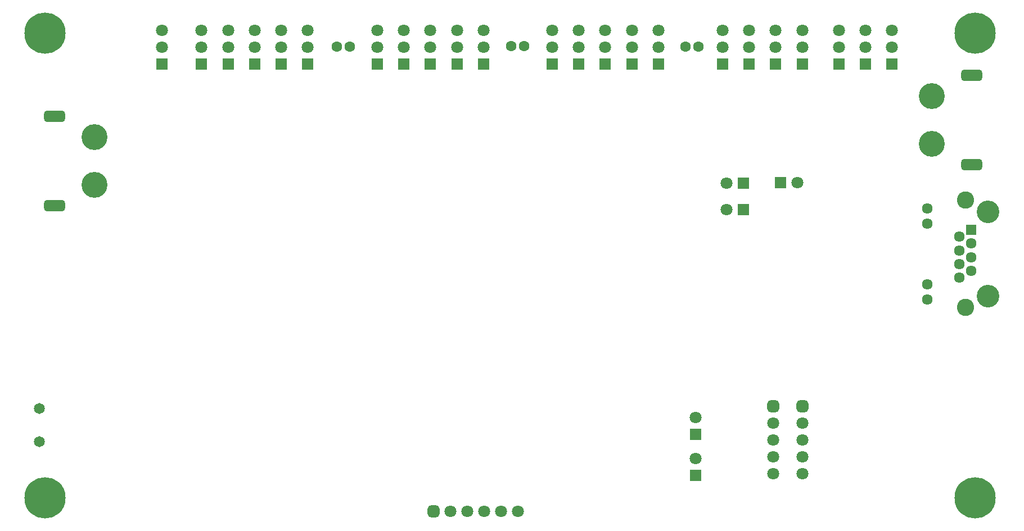
<source format=gbr>
G04*
G04 #@! TF.GenerationSoftware,Altium Limited,Altium Designer,25.1.2 (22)*
G04*
G04 Layer_Color=16711935*
%FSLAX44Y44*%
%MOMM*%
G71*
G04*
G04 #@! TF.SameCoordinates,570CD7C3-0CC6-4732-88E4-A0A25D5D6109*
G04*
G04*
G04 #@! TF.FilePolarity,Negative*
G04*
G01*
G75*
%ADD91C,1.8032*%
%ADD92R,1.8032X1.8032*%
%ADD93R,1.8032X1.8032*%
%ADD94C,1.6000*%
%ADD95C,1.8000*%
G04:AMPARAMS|DCode=96|XSize=1.8mm|YSize=1.8mm|CornerRadius=0.5mm|HoleSize=0mm|Usage=FLASHONLY|Rotation=270.000|XOffset=0mm|YOffset=0mm|HoleType=Round|Shape=RoundedRectangle|*
%AMROUNDEDRECTD96*
21,1,1.8000,0.8000,0,0,270.0*
21,1,0.8000,1.8000,0,0,270.0*
1,1,1.0000,-0.4000,-0.4000*
1,1,1.0000,-0.4000,0.4000*
1,1,1.0000,0.4000,0.4000*
1,1,1.0000,0.4000,-0.4000*
%
%ADD96ROUNDEDRECTD96*%
G04:AMPARAMS|DCode=97|XSize=1.7032mm|YSize=3.2032mm|CornerRadius=0.4766mm|HoleSize=0mm|Usage=FLASHONLY|Rotation=270.000|XOffset=0mm|YOffset=0mm|HoleType=Round|Shape=RoundedRectangle|*
%AMROUNDEDRECTD97*
21,1,1.7032,2.2500,0,0,270.0*
21,1,0.7500,3.2032,0,0,270.0*
1,1,0.9532,-1.1250,-0.3750*
1,1,0.9532,-1.1250,0.3750*
1,1,0.9532,1.1250,0.3750*
1,1,0.9532,1.1250,-0.3750*
%
%ADD97ROUNDEDRECTD97*%
%ADD98C,3.9032*%
%ADD99C,6.2032*%
%ADD100C,1.6112*%
%ADD101R,1.6112X1.6112*%
%ADD102C,2.6032*%
%ADD103C,3.4032*%
%ADD104C,1.6532*%
G04:AMPARAMS|DCode=105|XSize=1.8mm|YSize=1.8mm|CornerRadius=0.5mm|HoleSize=0mm|Usage=FLASHONLY|Rotation=0.000|XOffset=0mm|YOffset=0mm|HoleType=Round|Shape=RoundedRectangle|*
%AMROUNDEDRECTD105*
21,1,1.8000,0.8000,0,0,0.0*
21,1,0.8000,1.8000,0,0,0.0*
1,1,1.0000,0.4000,-0.4000*
1,1,1.0000,-0.4000,-0.4000*
1,1,1.0000,-0.4000,0.4000*
1,1,1.0000,0.4000,0.4000*
%
%ADD105ROUNDEDRECTD105*%
D91*
X1175850Y585100D02*
D03*
X1129600Y210150D02*
D03*
X1282650Y625400D02*
D03*
X1175850Y624600D02*
D03*
X325500Y829750D02*
D03*
Y855150D02*
D03*
X953500Y829750D02*
D03*
Y855150D02*
D03*
X913500Y829750D02*
D03*
Y855150D02*
D03*
X690000Y829750D02*
D03*
Y855150D02*
D03*
X650000Y829750D02*
D03*
Y855150D02*
D03*
X425500Y829750D02*
D03*
Y855150D02*
D03*
X385500Y829750D02*
D03*
Y855150D02*
D03*
X1250000Y829750D02*
D03*
Y855150D02*
D03*
X1129600Y271150D02*
D03*
X1210000Y829750D02*
D03*
Y855150D02*
D03*
X1170000Y829750D02*
D03*
Y855150D02*
D03*
X1425000Y829750D02*
D03*
Y855150D02*
D03*
X1385000Y829750D02*
D03*
Y855150D02*
D03*
X1345000Y829750D02*
D03*
Y855150D02*
D03*
X1290000Y829750D02*
D03*
Y855150D02*
D03*
X993500Y829750D02*
D03*
Y855150D02*
D03*
X730000Y829750D02*
D03*
Y855150D02*
D03*
X465500Y829750D02*
D03*
Y855150D02*
D03*
X1033500Y829750D02*
D03*
Y855150D02*
D03*
X770000Y829750D02*
D03*
Y855150D02*
D03*
X505500Y829750D02*
D03*
Y855150D02*
D03*
X1073500Y829750D02*
D03*
Y855150D02*
D03*
X810000Y829750D02*
D03*
Y855150D02*
D03*
X545500Y829750D02*
D03*
Y855150D02*
D03*
D92*
X1201250Y585100D02*
D03*
X1257250Y625400D02*
D03*
X1201250Y624600D02*
D03*
D93*
X1129600Y184750D02*
D03*
X325500Y804350D02*
D03*
X953500Y804350D02*
D03*
X913500D02*
D03*
X690000D02*
D03*
X650000D02*
D03*
X425500Y804350D02*
D03*
X385500D02*
D03*
X1250000Y804350D02*
D03*
X1129600Y245750D02*
D03*
X1210000Y804350D02*
D03*
X1170000D02*
D03*
X1425000D02*
D03*
X1385000D02*
D03*
X1345000D02*
D03*
X1290000D02*
D03*
X993500D02*
D03*
X730000D02*
D03*
X465500Y804350D02*
D03*
X1033500Y804350D02*
D03*
X770000D02*
D03*
X505500Y804350D02*
D03*
X1073500Y804350D02*
D03*
X810000D02*
D03*
X545500Y804350D02*
D03*
D94*
X1113780Y830150D02*
D03*
X1133780D02*
D03*
X851280Y830900D02*
D03*
X871280D02*
D03*
X589030Y830650D02*
D03*
X609030D02*
D03*
D95*
X1246000Y212100D02*
D03*
Y262900D02*
D03*
Y237500D02*
D03*
Y186700D02*
D03*
X1290000Y212100D02*
D03*
Y262900D02*
D03*
Y237500D02*
D03*
Y186700D02*
D03*
X861600Y130000D02*
D03*
X836200D02*
D03*
X785400D02*
D03*
X760000D02*
D03*
X810800D02*
D03*
D96*
X1246000Y288300D02*
D03*
X1290000D02*
D03*
D97*
X1545000Y652500D02*
D03*
Y787500D02*
D03*
X164500Y725750D02*
D03*
Y590750D02*
D03*
D98*
X1485000Y684000D02*
D03*
Y756000D02*
D03*
X224500Y694250D02*
D03*
Y622250D02*
D03*
D99*
X1549800Y150600D02*
D03*
Y850600D02*
D03*
X149800D02*
D03*
Y150600D02*
D03*
D100*
X1478630Y564030D02*
D03*
Y472630D02*
D03*
Y586930D02*
D03*
Y449730D02*
D03*
X1526830Y523430D02*
D03*
X1544630Y513230D02*
D03*
Y533630D02*
D03*
X1526830Y503030D02*
D03*
Y543830D02*
D03*
X1544630Y492830D02*
D03*
X1526830Y482630D02*
D03*
D101*
X1544630Y554030D02*
D03*
D102*
X1535730Y599580D02*
D03*
Y437080D02*
D03*
D103*
X1570030Y581830D02*
D03*
Y454830D02*
D03*
D104*
X141400Y235200D02*
D03*
Y285200D02*
D03*
D105*
X734600Y130000D02*
D03*
M02*

</source>
